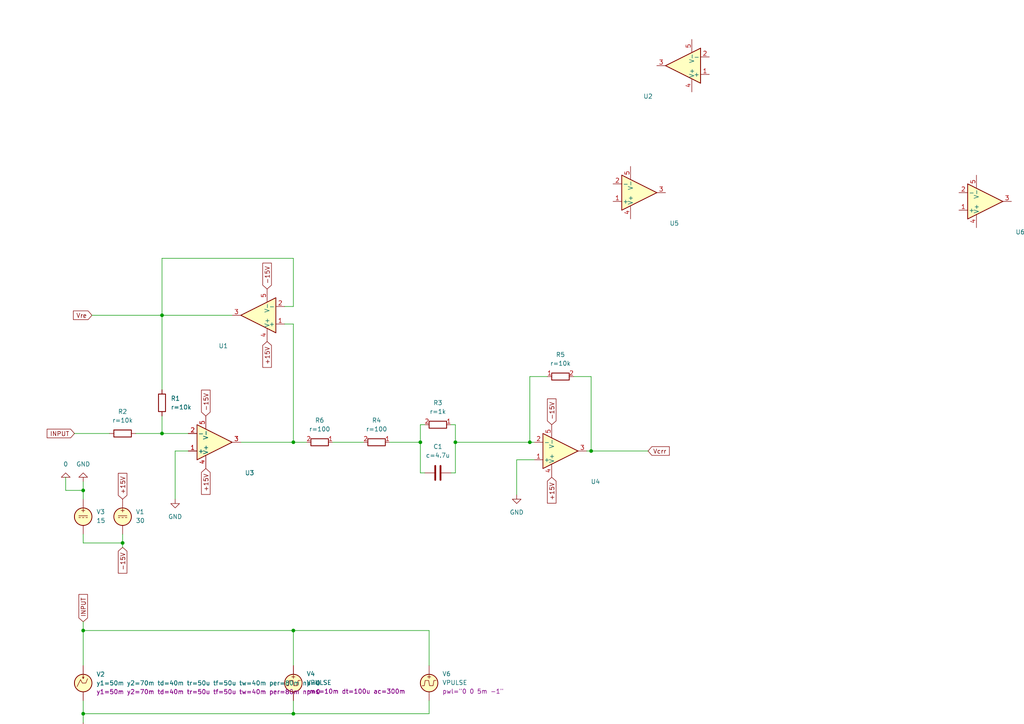
<source format=kicad_sch>
(kicad_sch (version 20231120) (generator "eeschema") (generator_version "8.0")
  (paper "A4")
  (lib_symbols
    (symbol "Device:C" (pin_numbers hide) (pin_names (offset 0.254))
      (property "Reference" "C" (at 0.635 2.54 0))
      (property "Value" "C" (at 0.635 -2.54 0))
      (symbol "C_0_1"
        (polyline (pts (xy -2.032 -0.762) (xy 2.032 -0.762)) (stroke (width 0.508)))
        (polyline (pts (xy -2.032 0.762) (xy 2.032 0.762)) (stroke (width 0.508)))
      )
      (symbol "C_1_1"
        (pin passive line (at 0 3.81 270) (length 2.794) (name "~") (number "1"))
        (pin passive line (at 0 -3.81 90) (length 2.794) (name "~") (number "2"))
      )
    )
    (symbol "Device:R" (pin_numbers hide) (pin_names (offset 0))
      (property "Reference" "R" (at 2.032 0 90))
      (property "Value" "R" (at 0 0 90))
      (symbol "R_0_1"
        (rectangle (start -1.016 -2.54) (end 1.016 2.54) (stroke (width 0.254)))
      )
      (symbol "R_1_1"
        (pin passive line (at 0 3.81 270) (length 1.27) (name "~") (number "1"))
        (pin passive line (at 0 -3.81 90) (length 1.27) (name "~") (number "2"))
      )
    )
    (symbol "GND_1" (power) (pin_numbers hide) (pin_names (offset 0) hide)
      (property "Value" "GND" (at 0 -3.81 0))
      (symbol "GND_1_0_1"
        (polyline (pts (xy 0 0) (xy 0 -1.27) (xy 1.27 -1.27) (xy 0 -2.54) (xy -1.27 -1.27) (xy 0 -1.27)))
      )
      (symbol "GND_1_1_1"
        (pin power_in line (at 0 0 270) (length 0) (name "~") (number "1"))
      )
    )
    (symbol "R_1" (pin_names (offset 0))
      (property "Reference" "R" (at 2.032 0 90))
      (property "Value" "R" (at 0 0 90))
      (symbol "R_1_0_1"
        (rectangle (start -1.016 -2.54) (end 1.016 2.54) (stroke (width 0.254)))
      )
      (symbol "R_1_1_1"
        (pin passive line (at 0 3.81 270) (length 1.27) (name "~") (number "1"))
        (pin passive line (at 0 -3.81 90) (length 1.27) (name "~") (number "2"))
      )
    )
    (symbol "Simulation_SPICE:0" (power) (pin_names (offset 0))
      (property "Value" "0" (at 0 -1.778 0))
      (symbol "0_0_1"
        (polyline (pts (xy -1.27 0) (xy 0 -1.27) (xy 1.27 0) (xy -1.27 0)))
      )
      (symbol "0_1_1"
        (pin power_in line (at 0 0 0) (length 0) hide (name "0") (number "1"))
      )
    )
    (symbol "Simulation_SPICE:IPWL" (pin_numbers hide) (pin_names (offset 0.0254))
      (property "Reference" "I" (at 2.54 2.54 0))
      (property "Value" "IPWL" (at 2.54 0 0))
      (property "Sim.Params" "pwl=\"0 -1 50n -1 51n 0 97n 1 171n -1 200n -1\"" (at 2.54 -2.54 0))
      (symbol "IPWL_0_0"
        (polyline (pts (xy -1.778 -1.016) (xy -0.762 1.016) (xy -0.254 0) (xy 0.762 0) (xy 1.27 1.27)))
      )
      (symbol "IPWL_0_1"
        (polyline (pts (xy 0 1.27) (xy 0 2.286)))
        (polyline (pts (xy -0.254 1.778) (xy 0 1.27) (xy 0.254 1.778)))
        (circle (center 0 0) (radius 2.54) (stroke (width 0.254)) (fill (type background)))
      )
      (symbol "IPWL_1_1"
        (pin passive line (at 0 5.08 270) (length 2.54) (name "~") (number "1"))
        (pin passive line (at 0 -5.08 90) (length 2.54) (name "~") (number "2"))
      )
    )
    (symbol "Simulation_SPICE:OPAMP" (pin_names (offset 0.254))
      (property "Reference" "U" (at 3.81 3.175 0))
      (property "Value" "${SIM.PARAMS}" (at 3.81 -3.175 0))
      (symbol "OPAMP_0_1"
        (polyline (pts (xy 5.08 0) (xy -5.08 5.08) (xy -5.08 -5.08) (xy 5.08 0)) (stroke (width 0.254)) (fill (type background)))
      )
      (symbol "OPAMP_1_1"
        (pin input line (at -7.62 2.54 0) (length 2.54) (name "+") (number "1"))
        (pin input line (at -7.62 -2.54 0) (length 2.54) (name "-") (number "2"))
        (pin output line (at 7.62 0 180) (length 2.54) (name "~") (number "3"))
        (pin power_in line (at -2.54 7.62 270) (length 3.81) (name "V+") (number "4"))
        (pin power_in line (at -2.54 -7.62 90) (length 3.81) (name "V-") (number "5"))
      )
    )
    (symbol "Simulation_SPICE:VDC" (pin_numbers hide) (pin_names (offset 0.0254))
      (property "Reference" "V" (at 2.54 2.54 0))
      (property "Value" "1" (at 2.54 0 0))
      (symbol "VDC_0_0"
        (polyline (pts (xy -1.27 0.254) (xy 1.27 0.254)))
        (polyline (pts (xy -0.762 -0.254) (xy -1.27 -0.254)))
        (polyline (pts (xy 0.254 -0.254) (xy -0.254 -0.254)))
        (polyline (pts (xy 1.27 -0.254) (xy 0.762 -0.254)))
        (text "+" (at 0 1.905 0) (effects (font (size 1.27 1.27))))
      )
      (symbol "VDC_0_1"
        (circle (center 0 0) (radius 2.54) (stroke (width 0.254)) (fill (type background)))
      )
      (symbol "VDC_1_1"
        (pin passive line (at 0 5.08 270) (length 2.54) (name "~") (number "1"))
        (pin passive line (at 0 -5.08 90) (length 2.54) (name "~") (number "2"))
      )
    )
    (symbol "Simulation_SPICE:VPULSE" (pin_numbers hide) (pin_names (offset 0.0254))
      (property "Reference" "V" (at 2.54 2.54 0))
      (property "Value" "VPULSE" (at 2.54 0 0))
      (property "Sim.Params" "y1=0 y2=1 td=2n tr=2n tf=2n tw=50n per=100n" (at 2.54 -2.54 0))
      (symbol "VPULSE_0_0"
        (polyline (pts (xy -2.032 -0.762) (xy -1.397 -0.762) (xy -1.143 0.762) (xy -0.127 0.762) (xy 0.127 -0.762) (xy 1.143 -0.762) (xy 1.397 0.762) (xy 2.032 0.762)))
        (text "+" (at 0 1.905 0) (effects (font (size 1.27 1.27))))
      )
      (symbol "VPULSE_0_1"
        (circle (center 0 0) (radius 2.54) (stroke (width 0.254)) (fill (type background)))
      )
      (symbol "VPULSE_1_1"
        (pin passive line (at 0 5.08 270) (length 2.54) (name "~") (number "1"))
        (pin passive line (at 0 -5.08 90) (length 2.54) (name "~") (number "2"))
      )
    )
    (symbol "power:GND" (power) (pin_names (offset 0))
      (property "Value" "GND" (at 0 -3.81 0))
      (symbol "GND_0_1"
        (polyline (pts (xy 0 0) (xy 0 -1.27) (xy 1.27 -1.27) (xy 0 -2.54) (xy -1.27 -1.27) (xy 0 -1.27)))
      )
      (symbol "GND_1_1"
        (pin power_in line (at 0 0 270) (length 0) hide (name "GND") (number "1"))
      )
    )
  )
  (junction (at 46.99 91.44))
  (junction (at 85.09 182.88))
  (junction (at 35.56 157.48))
  (junction (at 85.09 128.27))
  (junction (at 171.45 130.81))
  (junction (at 24.13 207.01))
  (junction (at 24.13 142.24))
  (junction (at 132.08 128.27))
  (junction (at 85.09 207.01))
  (junction (at 24.13 182.88))
  (junction (at 46.99 125.73))
  (junction (at 121.92 128.27))
  (junction (at 153.67 128.27))
  (wire (pts (xy 39.37 125.73) (xy 46.99 125.73)))
  (wire (pts (xy 121.92 137.16) (xy 121.92 128.27)))
  (wire (pts (xy 46.99 120.65) (xy 46.99 125.73)))
  (wire (pts (xy 171.45 109.22) (xy 171.45 130.81)))
  (wire (pts (xy 26.67 91.44) (xy 46.99 91.44)))
  (wire (pts (xy 82.55 93.98) (xy 85.09 93.98)))
  (wire (pts (xy 85.09 203.2) (xy 85.09 207.01)))
  (wire (pts (xy 124.46 193.04) (xy 124.46 182.88)))
  (wire (pts (xy 149.86 133.35) (xy 149.86 143.51)))
  (wire (pts (xy 170.18 130.81) (xy 171.45 130.81)))
  (wire (pts (xy 46.99 125.73) (xy 54.61 125.73)))
  (wire (pts (xy 85.09 193.04) (xy 85.09 182.88)))
  (wire (pts (xy 35.56 154.94) (xy 35.56 157.48)))
  (wire (pts (xy 19.05 142.24) (xy 19.05 138.43)))
  (wire (pts (xy 113.03 128.27) (xy 121.92 128.27)))
  (wire (pts (xy 46.99 91.44) (xy 46.99 74.93)))
  (wire (pts (xy 85.09 207.01) (xy 24.13 207.01)))
  (wire (pts (xy 171.45 130.81) (xy 187.96 130.81)))
  (wire (pts (xy 123.19 137.16) (xy 121.92 137.16)))
  (wire (pts (xy 24.13 207.01) (xy 24.13 209.55)))
  (wire (pts (xy 121.92 128.27) (xy 121.92 123.19)))
  (wire (pts (xy 24.13 142.24) (xy 24.13 144.78)))
  (wire (pts (xy 50.8 130.81) (xy 50.8 144.78)))
  (wire (pts (xy 124.46 207.01) (xy 124.46 203.2)))
  (wire (pts (xy 35.56 157.48) (xy 35.56 158.75)))
  (wire (pts (xy 153.67 128.27) (xy 154.94 128.27)))
  (wire (pts (xy 85.09 74.93) (xy 85.09 88.9)))
  (wire (pts (xy 21.59 125.73) (xy 31.75 125.73)))
  (wire (pts (xy 85.09 207.01) (xy 124.46 207.01)))
  (wire (pts (xy 153.67 109.22) (xy 153.67 128.27)))
  (wire (pts (xy 130.81 123.19) (xy 132.08 123.19)))
  (wire (pts (xy 166.37 109.22) (xy 171.45 109.22)))
  (wire (pts (xy 24.13 182.88) (xy 24.13 193.04)))
  (wire (pts (xy 154.94 133.35) (xy 149.86 133.35)))
  (wire (pts (xy 24.13 157.48) (xy 35.56 157.48)))
  (wire (pts (xy 46.99 91.44) (xy 67.31 91.44)))
  (wire (pts (xy 96.52 128.27) (xy 105.41 128.27)))
  (wire (pts (xy 132.08 123.19) (xy 132.08 128.27)))
  (wire (pts (xy 132.08 137.16) (xy 130.81 137.16)))
  (wire (pts (xy 124.46 182.88) (xy 85.09 182.88)))
  (wire (pts (xy 24.13 180.34) (xy 24.13 182.88)))
  (wire (pts (xy 132.08 128.27) (xy 132.08 137.16)))
  (wire (pts (xy 69.85 128.27) (xy 85.09 128.27)))
  (wire (pts (xy 85.09 128.27) (xy 88.9 128.27)))
  (wire (pts (xy 24.13 203.2) (xy 24.13 207.01)))
  (wire (pts (xy 85.09 93.98) (xy 85.09 128.27)))
  (wire (pts (xy 121.92 123.19) (xy 123.19 123.19)))
  (wire (pts (xy 46.99 74.93) (xy 85.09 74.93)))
  (wire (pts (xy 24.13 142.24) (xy 19.05 142.24)))
  (wire (pts (xy 85.09 88.9) (xy 82.55 88.9)))
  (wire (pts (xy 158.75 109.22) (xy 153.67 109.22)))
  (wire (pts (xy 24.13 154.94) (xy 24.13 157.48)))
  (wire (pts (xy 24.13 182.88) (xy 85.09 182.88)))
  (wire (pts (xy 54.61 130.81) (xy 50.8 130.81)))
  (wire (pts (xy 46.99 91.44) (xy 46.99 113.03)))
  (wire (pts (xy 132.08 128.27) (xy 153.67 128.27)))
  (wire (pts (xy 24.13 139.7) (xy 24.13 142.24)))
  (global_label "Vcrr" (shape input) (at 187.96 130.81 0) (property "Intersheetrefs" "${INTERSHEET_REFS}" (effects (hide yes))))
  (global_label "-15V" (shape input) (at 160.02 123.19 90) (property "Intersheetrefs" "${INTERSHEET_REFS}" (effects (hide yes))))
  (global_label "INPUT" (shape input) (at 24.13 180.34 90) (property "Intersheetrefs" "${INTERSHEET_REFS}" (effects (hide yes))))
  (global_label "+15V" (shape input) (at 59.69 135.89 270) (property "Intersheetrefs" "${INTERSHEET_REFS}" (effects (hide yes))))
  (global_label "-15V" (shape input) (at 77.47 83.82 90) (property "Intersheetrefs" "${INTERSHEET_REFS}" (effects (hide yes))))
  (global_label "INPUT" (shape input) (at 21.59 125.73 180) (property "Intersheetrefs" "${INTERSHEET_REFS}" (effects (hide yes))))
  (global_label "+15V" (shape input) (at 77.47 99.06 270) (property "Intersheetrefs" "${INTERSHEET_REFS}" (effects (hide yes))))
  (global_label "Vre" (shape input) (at 26.67 91.44 180) (property "Intersheetrefs" "${INTERSHEET_REFS}" (effects (hide yes))))
  (global_label "-15V" (shape input) (at 35.56 158.75 270) (property "Intersheetrefs" "${INTERSHEET_REFS}" (effects (hide yes))))
  (global_label "-15V" (shape input) (at 59.69 120.65 90) (property "Intersheetrefs" "${INTERSHEET_REFS}" (effects (hide yes))))
  (global_label "+15V" (shape input) (at 35.56 144.78 90) (property "Intersheetrefs" "${INTERSHEET_REFS}" (effects (hide yes))))
  (global_label "+15V" (shape input) (at 160.02 138.43 270) (property "Intersheetrefs" "${INTERSHEET_REFS}" (effects (hide yes))))
  (symbol (lib_name "R_1") (lib_id "Device:R") (at 127 123.19 270) (unit 1)
    (property "Reference" "R3" (at 127 116.84 90))
    (property "Value" "${SIM.PARAMS}" (at 127 119.38 90))
    (property "Sim.Device" "R" (effects (hide yes)))
    (property "Sim.Type" "=" (effects (hide yes)))
    (property "Sim.Params" "r=1k" (effects (hide yes)))
    (property "Sim.Pins" "1=+ 2=-" (effects (hide yes)))
  )
  (symbol (lib_id "Simulation_SPICE:OPAMP") (at 162.56 130.81 0) (mirror x) (unit 1)
    (property "Reference" "U4" (at 172.72 139.7 0))
    (property "Value" "${SIM.PARAMS}" (at 172.72 137.16 0))
    (property "Sim.Pins" "1=1 2=2 3=5 4=3 5=4" (effects (hide yes)))
    (property "Sim.Device" "SUBCKT" (effects (hide yes)))
    (property "Sim.Library" "OP07D.LIB" (effects (hide yes)))
    (property "Sim.Name" "OP07D" (effects (hide yes)))
  )
  (symbol (lib_id "Simulation_SPICE:0") (at 19.05 138.43 180) (unit 1)
    (property "Reference" "#GND02" (effects (hide yes)))
    (property "Value" "0" (at 19.05 134.62 0))
  )
  (symbol (lib_name "GND_1") (lib_id "power:GND") (at 149.86 143.51 0) (unit 1)
    (property "Reference" "#PWR04" (effects (hide yes)))
    (property "Value" "GND" (at 149.86 148.59 0))
    (property "Description" "Power symbol creates a global label with name \"GND\" , ground" (effects (hide yes)))
  )
  (symbol (lib_name "R_1") (lib_id "Device:R") (at 162.56 109.22 90) (unit 1)
    (property "Reference" "R5" (at 162.56 102.87 90))
    (property "Value" "${SIM.PARAMS}" (at 162.56 105.41 90))
    (property "Sim.Device" "R" (effects (hide yes)))
    (property "Sim.Type" "=" (effects (hide yes)))
    (property "Sim.Params" "r=10k" (effects (hide yes)))
    (property "Sim.Pins" "1=+ 2=-" (effects (hide yes)))
  )
  (symbol (lib_id "Simulation_SPICE:OPAMP") (at 53.34 234.95 180) (unit 1) (exclude_from_sim yes)
    (property "Reference" "U7" (at 43.18 243.84 0))
    (property "Value" "${SIM.PARAMS}" (at 43.18 241.3 0))
    (property "Sim.Pins" "1=in+ 2=in- 3=out 4=vcc 5=vee" (effects (hide yes)))
    (property "Sim.Device" "SUBCKT" (effects (hide yes)))
    (property "Sim.Library" "${KICAD8_SYMBOL_DIR}/Simulation_SPICE.sp" (effects (hide yes)))
    (property "Sim.Name" "kicad_builtin_opamp" (effects (hide yes)))
    (property "Sim.Params" "POLE=2000" (effects (hide yes)))
  )
  (symbol (lib_id "Simulation_SPICE:OPAMP") (at 40.64 271.78 0) (mirror x) (unit 1) (exclude_from_sim yes)
    (property "Reference" "U8" (at 50.8 280.67 0))
    (property "Value" "${SIM.PARAMS}" (at 50.8 278.13 0))
    (property "Sim.Pins" "1=in+ 2=in- 3=out 4=vcc 5=vee" (effects (hide yes)))
    (property "Sim.Device" "SUBCKT" (effects (hide yes)))
    (property "Sim.Library" "${KICAD8_SYMBOL_DIR}/Simulation_SPICE.sp" (effects (hide yes)))
    (property "Sim.Name" "kicad_builtin_opamp" (effects (hide yes)))
    (property "Sim.Params" "POLE=2000" (effects (hide yes)))
  )
  (symbol (lib_id "Simulation_SPICE:VDC") (at 24.13 149.86 0) (unit 1)
    (property "Reference" "V3" (at 27.94 148.4602 0) (effects (justify left)))
    (property "Value" "15" (at 27.94 151.0002 0) (effects (justify left)))
    (property "Sim.Pins" "1=+ 2=-" (effects (hide yes)))
    (property "Sim.Type" "DC" (effects (hide yes)))
    (property "Sim.Device" "V" (effects (hide yes)))
  )
  (symbol (lib_id "power:GND") (at 24.13 209.55 0) (unit 1)
    (property "Reference" "#PWR02" (effects (hide yes)))
    (property "Value" "GND" (at 24.13 214.63 0))
  )
  (symbol (lib_id "Device:C") (at 127 137.16 90) (unit 1)
    (property "Reference" "C1" (at 127 129.54 90))
    (property "Value" "${SIM.PARAMS}" (at 127 132.08 90))
    (property "Description" "Unpolarized capacitor" (effects (hide yes)))
    (property "Sim.Device" "C" (effects (hide yes)))
    (property "Sim.Type" "=" (effects (hide yes)))
    (property "Sim.Params" "c=4.7u" (effects (hide yes)))
    (property "Sim.Pins" "1=+ 2=-" (effects (hide yes)))
  )
  (symbol (lib_id "Device:R") (at 35.56 125.73 90) (unit 1)
    (property "Reference" "R2" (at 35.56 119.38 90))
    (property "Value" "${SIM.PARAMS}" (at 35.56 121.92 90))
    (property "Sim.Device" "R" (effects (hide yes)))
    (property "Sim.Type" "=" (effects (hide yes)))
    (property "Sim.Params" "r=10k" (effects (hide yes)))
    (property "Sim.Pins" "1=+ 2=-" (effects (hide yes)))
  )
  (symbol (lib_name "R_1") (lib_id "Device:R") (at 109.22 128.27 270) (unit 1)
    (property "Reference" "R4" (at 109.22 121.92 90))
    (property "Value" "${SIM.PARAMS}" (at 109.22 124.46 90))
    (property "Sim.Device" "R" (effects (hide yes)))
    (property "Sim.Type" "=" (effects (hide yes)))
    (property "Sim.Params" "r=100" (effects (hide yes)))
    (property "Sim.Pins" "1=+ 2=-" (effects (hide yes)))
  )
  (symbol (lib_id "Simulation_SPICE:OPAMP") (at 140.97 274.32 0) (mirror x) (unit 1) (exclude_from_sim yes)
    (property "Reference" "U9" (at 151.13 283.21 0))
    (property "Value" "${SIM.PARAMS}" (at 151.13 280.67 0))
    (property "Sim.Pins" "1=in+ 2=in- 3=out 4=vcc 5=vee" (effects (hide yes)))
    (property "Sim.Device" "SUBCKT" (effects (hide yes)))
    (property "Sim.Library" "${KICAD8_SYMBOL_DIR}/Simulation_SPICE.sp" (effects (hide yes)))
    (property "Sim.Name" "kicad_builtin_opamp" (effects (hide yes)))
    (property "Sim.Params" "POLE=2000" (effects (hide yes)))
  )
  (symbol (lib_id "Simulation_SPICE:VPULSE") (at 124.46 198.12 0) (unit 1) (exclude_from_sim yes)
    (property "Reference" "V6" (at 128.27 195.4501 0) (effects (justify left)))
    (property "Value" "VPULSE" (at 128.27 197.9901 0) (effects (justify left)))
    (property "Datasheet" "https://ngspice.sourceforge.io/docs/ngspice-html-manual/manual.xhtml#sec_Independent_Sources_for" (effects (hide yes)))
    (property "Description" "Voltage source, pulse" (effects (hide yes)))
    (property "Sim.Pins" "1=+ 2=-" (effects (hide yes)))
    (property "Sim.Type" "PWL" (effects (hide yes)))
    (property "Sim.Device" "V" (effects (hide yes)))
    (property "Sim.Params" "pwl=\"0 0 5m -1\"" (at 128.27 200.5301 0) (effects (justify left)))
  )
  (symbol (lib_id "power:GND") (at 24.13 139.7 180) (unit 1)
    (property "Reference" "#PWR01" (effects (hide yes)))
    (property "Value" "GND" (at 24.13 134.62 0))
  )
  (symbol (lib_id "Simulation_SPICE:OPAMP") (at 62.23 128.27 0) (mirror x) (unit 1)
    (property "Reference" "U3" (at 72.39 137.16 0))
    (property "Value" "${SIM.PARAMS}" (at 72.39 134.62 0))
    (property "Sim.Pins" "1=1 2=2 3=5 4=3 5=4" (effects (hide yes)))
    (property "Sim.Device" "SUBCKT" (effects (hide yes)))
    (property "Sim.Library" "OP07D.LIB" (effects (hide yes)))
    (property "Sim.Name" "OP07D" (effects (hide yes)))
  )
  (symbol (lib_id "Simulation_SPICE:OPAMP") (at 285.75 58.42 0) (mirror x) (unit 1)
    (property "Reference" "U6" (at 295.91 67.31 0))
    (property "Value" "${SIM.PARAMS}" (at 295.91 64.77 0))
    (property "Sim.Pins" "1=+IN 2=-IN 3=OUT 4=VCC 5=VEE" (effects (hide yes)))
    (property "Sim.Device" "SUBCKT" (effects (hide yes)))
    (property "Sim.Library" "LM4565_Rev002.lib" (effects (hide yes)))
    (property "Sim.Name" "lm4565_sub" (effects (hide yes)))
  )
  (symbol (lib_name "R_1") (lib_id "Device:R") (at 92.71 128.27 270) (unit 1)
    (property "Reference" "R6" (at 92.71 121.92 90))
    (property "Value" "${SIM.PARAMS}" (at 92.71 124.46 90))
    (property "Sim.Device" "R" (effects (hide yes)))
    (property "Sim.Type" "=" (effects (hide yes)))
    (property "Sim.Params" "r=100" (effects (hide yes)))
    (property "Sim.Pins" "1=+ 2=-" (effects (hide yes)))
  )
  (symbol (lib_id "Simulation_SPICE:OPAMP") (at 185.42 55.88 0) (mirror x) (unit 1)
    (property "Reference" "U5" (at 195.58 64.77 0))
    (property "Value" "${SIM.PARAMS}" (at 195.58 62.23 0))
    (property "Sim.Pins" "1=+IN 2=-IN 3=OUT 4=VCC 5=VEE" (effects (hide yes)))
    (property "Sim.Device" "SUBCKT" (effects (hide yes)))
    (property "Sim.Library" "LM4565_Rev002.lib" (effects (hide yes)))
    (property "Sim.Name" "lm4565_sub" (effects (hide yes)))
  )
  (symbol (lib_id "Device:R") (at 46.99 116.84 0) (unit 1)
    (property "Reference" "R1" (at 49.53 115.57 0) (effects (justify left)))
    (property "Value" "${SIM.PARAMS}" (at 49.53 118.11 0) (effects (justify left)))
    (property "Sim.Device" "R" (effects (hide yes)))
    (property "Sim.Type" "=" (effects (hide yes)))
    (property "Sim.Params" "r=10k" (effects (hide yes)))
    (property "Sim.Pins" "1=+ 2=-" (effects (hide yes)))
  )
  (symbol (lib_id "Simulation_SPICE:OPAMP") (at 198.12 19.05 180) (unit 1)
    (property "Reference" "U2" (at 187.96 27.94 0))
    (property "Value" "${SIM.PARAMS}" (at 187.96 25.4 0))
    (property "Sim.Pins" "1=+IN 2=-IN 3=OUT 4=VCC 5=VEE" (effects (hide yes)))
    (property "Sim.Device" "SUBCKT" (effects (hide yes)))
    (property "Sim.Library" "LM4565_Rev002.lib" (effects (hide yes)))
    (property "Sim.Name" "lm4565_sub" (effects (hide yes)))
  )
  (symbol (lib_id "power:GND") (at 50.8 144.78 0) (unit 1)
    (property "Reference" "#PWR03" (effects (hide yes)))
    (property "Value" "GND" (at 50.8 149.86 0))
  )
  (symbol (lib_id "Simulation_SPICE:IPWL") (at 24.13 198.12 0) (unit 1)
    (property "Reference" "V2" (at 27.94 195.58 0) (effects (justify left)))
    (property "Value" "${SIM.PARAMS}" (at 27.94 198.12 0) (effects (justify left)))
    (property "Sim.Pins" "1=+ 2=-" (effects (hide yes)))
    (property "Sim.Device" "V" (effects (hide yes)))
    (property "Sim.Params" "y1=50m y2=70m td=40m tr=50u tf=50u tw=40m per=80m np=0" (at 27.94 200.66 0) (effects (justify left)))
    (property "Sim.Type" "PULSE" (effects (hide yes)))
  )
  (symbol (lib_id "Simulation_SPICE:VDC") (at 35.56 149.86 0) (unit 1)
    (property "Reference" "V1" (at 39.37 148.4602 0) (effects (justify left)))
    (property "Value" "30" (at 39.37 151.0002 0) (effects (justify left)))
    (property "Sim.Pins" "1=+ 2=-" (effects (hide yes)))
    (property "Sim.Type" "DC" (effects (hide yes)))
    (property "Sim.Device" "V" (effects (hide yes)))
    (property "Sim.Params" "dc=30" (effects (hide yes)))
  )
  (symbol (lib_id "Simulation_SPICE:VPULSE") (at 85.09 198.12 0) (unit 1) (exclude_from_sim yes)
    (property "Reference" "V4" (at 88.9 195.4501 0) (effects (justify left)))
    (property "Value" "VPULSE" (at 88.9 197.9901 0) (effects (justify left)))
    (property "Datasheet" "https://ngspice.sourceforge.io/docs/ngspice-html-manual/manual.xhtml#sec_Independent_Sources_for" (effects (hide yes)))
    (property "Description" "Voltage source, pulse" (effects (hide yes)))
    (property "Sim.Pins" "1=+ 2=-" (effects (hide yes)))
    (property "Sim.Type" "WHITENOISE" (effects (hide yes)))
    (property "Sim.Device" "V" (effects (hide yes)))
    (property "Sim.Params" "rms=10m dt=100u ac=300m" (at 88.9 200.5301 0) (effects (justify left)))
  )
  (symbol (lib_id "Simulation_SPICE:OPAMP") (at 74.93 91.44 180) (unit 1)
    (property "Reference" "U1" (at 64.77 100.33 0))
    (property "Value" "${SIM.PARAMS}" (at 64.77 97.79 0))
    (property "Sim.Pins" "1=1 2=2 3=5 4=3 5=4" (effects (hide yes)))
    (property "Sim.Device" "SUBCKT" (effects (hide yes)))
    (property "Sim.Library" "OP07D.LIB" (effects (hide yes)))
    (property "Sim.Name" "OP07D" (effects (hide yes)))
  )
)
</source>
